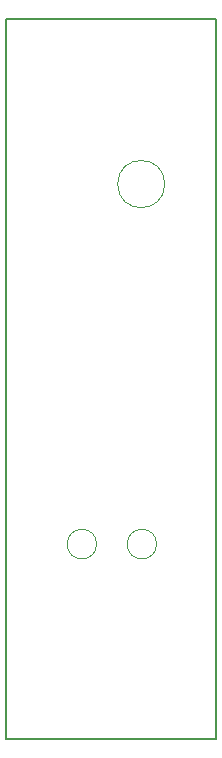
<source format=gbr>
G04 #@! TF.FileFunction,Profile,NP*
%FSLAX46Y46*%
G04 Gerber Fmt 4.6, Leading zero omitted, Abs format (unit mm)*
G04 Created by KiCad (PCBNEW 4.0.6) date 05/30/17 16:39:26*
%MOMM*%
%LPD*%
G01*
G04 APERTURE LIST*
%ADD10C,0.100000*%
%ADD11C,0.150000*%
G04 APERTURE END LIST*
D10*
D11*
X0Y60960000D02*
X0Y0D01*
D10*
X7660000Y16510000D02*
G75*
G03X7660000Y16510000I-1250000J0D01*
G01*
X12740000Y16510000D02*
G75*
G03X12740000Y16510000I-1250000J0D01*
G01*
X13430000Y46990000D02*
G75*
G03X13430000Y46990000I-2000000J0D01*
G01*
D11*
X17780000Y0D02*
X0Y0D01*
X17780000Y60960000D02*
X17780000Y0D01*
X0Y60960000D02*
X17780000Y60960000D01*
M02*

</source>
